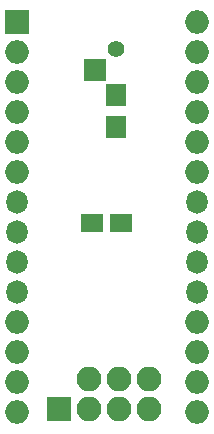
<source format=gbs>
G04 #@! TF.FileFunction,Soldermask,Bot*
%FSLAX46Y46*%
G04 Gerber Fmt 4.6, Leading zero omitted, Abs format (unit mm)*
G04 Created by KiCad (PCBNEW 4.0.7-e2-6376~58~ubuntu16.04.1) date Fri Nov 24 21:44:44 2023*
%MOMM*%
%LPD*%
G01*
G04 APERTURE LIST*
%ADD10C,0.100000*%
%ADD11R,2.100000X2.100000*%
%ADD12O,2.100000X2.100000*%
%ADD13C,1.400000*%
%ADD14R,2.000000X2.000000*%
%ADD15O,2.000000X2.000000*%
%ADD16O,1.800000X2.000000*%
%ADD17R,1.900000X1.650000*%
%ADD18R,1.700000X1.900000*%
%ADD19R,1.900000X1.900000*%
G04 APERTURE END LIST*
D10*
D11*
X169418000Y-145288000D03*
D12*
X171958000Y-145288000D03*
X171958000Y-142748000D03*
X174498000Y-145288000D03*
X174498000Y-142748000D03*
X177038000Y-145288000D03*
X177038000Y-142748000D03*
D13*
X174244000Y-114808000D03*
D14*
X165862000Y-112522000D03*
D15*
X181102000Y-145542000D03*
X165862000Y-115062000D03*
X181102000Y-143002000D03*
X165862000Y-117602000D03*
X181102000Y-140462000D03*
X165862000Y-120142000D03*
X181102000Y-137922000D03*
X165862000Y-122682000D03*
D16*
X181102000Y-135382000D03*
D15*
X165862000Y-125222000D03*
D16*
X181102000Y-132842000D03*
X165862000Y-127762000D03*
X181102000Y-130302000D03*
X165862000Y-130302000D03*
X181102000Y-127762000D03*
X165862000Y-132842000D03*
D15*
X181102000Y-125222000D03*
D16*
X165862000Y-135382000D03*
D15*
X181102000Y-122682000D03*
X165862000Y-137922000D03*
X181102000Y-120142000D03*
X165862000Y-140462000D03*
X181102000Y-117602000D03*
X165862000Y-143002000D03*
X181102000Y-115062000D03*
X165862000Y-145542000D03*
X181102000Y-112522000D03*
D17*
X172212000Y-129540000D03*
X174712000Y-129540000D03*
D18*
X174244000Y-118712000D03*
X174244000Y-121412000D03*
D19*
X172466000Y-116586000D03*
M02*

</source>
